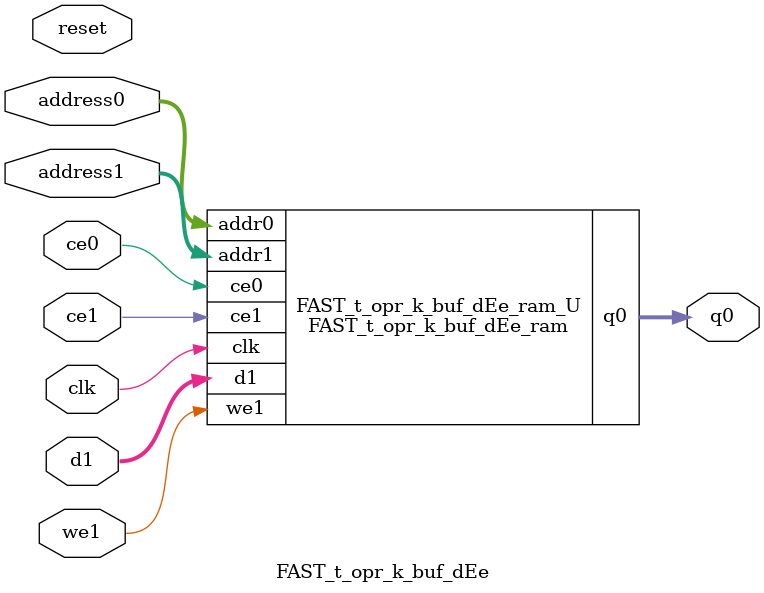
<source format=v>
`timescale 1 ns / 1 ps
module FAST_t_opr_k_buf_dEe_ram (addr0, ce0, q0, addr1, ce1, d1, we1,  clk);

parameter DWIDTH = 8;
parameter AWIDTH = 10;
parameter MEM_SIZE = 1024;

input[AWIDTH-1:0] addr0;
input ce0;
output reg[DWIDTH-1:0] q0;
input[AWIDTH-1:0] addr1;
input ce1;
input[DWIDTH-1:0] d1;
input we1;
input clk;

(* ram_style = "block" *)reg [DWIDTH-1:0] ram[0:MEM_SIZE-1];




always @(posedge clk)  
begin 
    if (ce0) 
    begin
        q0 <= ram[addr0];
    end
end


always @(posedge clk)  
begin 
    if (ce1) 
    begin
        if (we1) 
        begin 
            ram[addr1] <= d1; 
        end 
    end
end


endmodule

`timescale 1 ns / 1 ps
module FAST_t_opr_k_buf_dEe(
    reset,
    clk,
    address0,
    ce0,
    q0,
    address1,
    ce1,
    we1,
    d1);

parameter DataWidth = 32'd8;
parameter AddressRange = 32'd1024;
parameter AddressWidth = 32'd10;
input reset;
input clk;
input[AddressWidth - 1:0] address0;
input ce0;
output[DataWidth - 1:0] q0;
input[AddressWidth - 1:0] address1;
input ce1;
input we1;
input[DataWidth - 1:0] d1;



FAST_t_opr_k_buf_dEe_ram FAST_t_opr_k_buf_dEe_ram_U(
    .clk( clk ),
    .addr0( address0 ),
    .ce0( ce0 ),
    .q0( q0 ),
    .addr1( address1 ),
    .ce1( ce1 ),
    .we1( we1 ),
    .d1( d1 ));

endmodule


</source>
